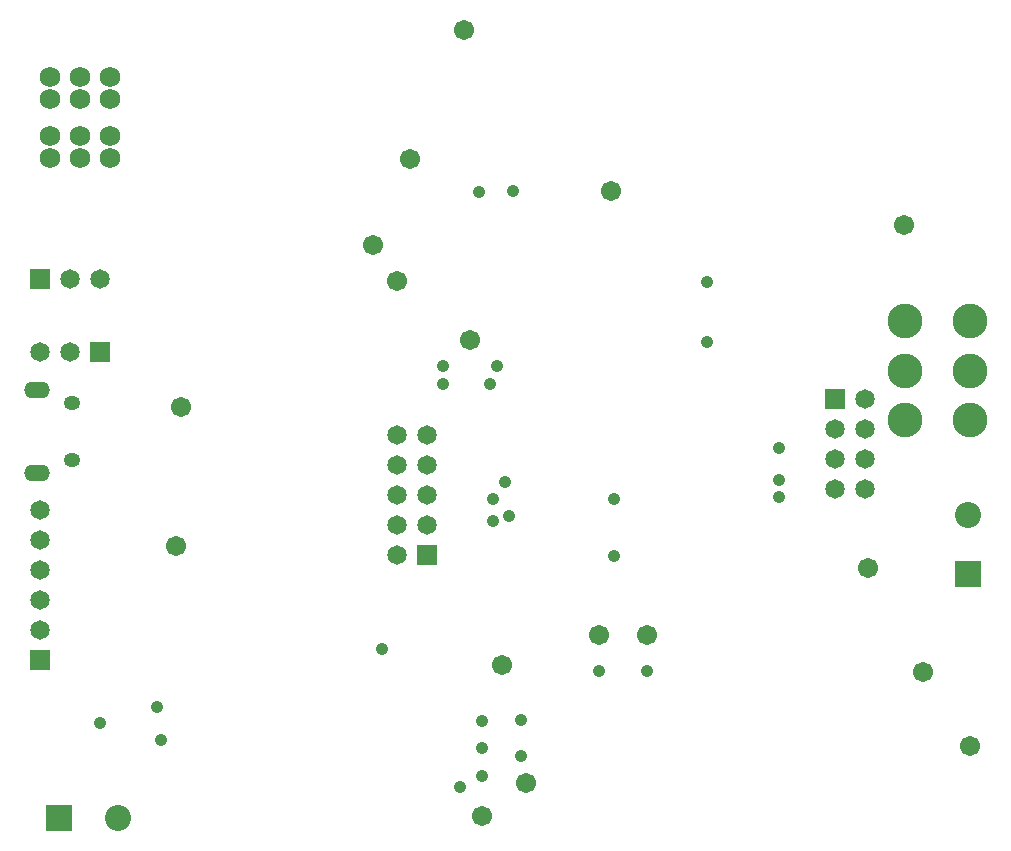
<source format=gbs>
G04*
G04 #@! TF.GenerationSoftware,Altium Limited,Altium Designer,18.1.9 (240)*
G04*
G04 Layer_Color=16711935*
%FSLAX25Y25*%
%MOIN*%
G70*
G01*
G75*
%ADD42C,0.11600*%
%ADD43C,0.00600*%
%ADD44C,0.06890*%
%ADD45C,0.06702*%
%ADD46C,0.08677*%
%ADD47R,0.08677X0.08677*%
%ADD48C,0.06506*%
%ADD49R,0.06506X0.06506*%
%ADD50R,0.08677X0.08677*%
%ADD51R,0.06506X0.06506*%
%ADD52O,0.05521X0.04734*%
%ADD53O,0.08600X0.05600*%
%ADD54C,0.04100*%
D42*
X375800Y275500D02*
D03*
Y292000D02*
D03*
Y308500D02*
D03*
X397500Y275500D02*
D03*
Y292000D02*
D03*
Y308500D02*
D03*
D43*
X103992Y344689D02*
D03*
Y408405D02*
D03*
X397000Y143000D02*
D03*
Y406000D02*
D03*
D44*
X91000Y362815D02*
D03*
X101000D02*
D03*
X111000D02*
D03*
X91000Y370216D02*
D03*
X101000D02*
D03*
X111000D02*
D03*
X91000Y382500D02*
D03*
X101000D02*
D03*
X111000D02*
D03*
X91000Y389902D02*
D03*
X101000D02*
D03*
X111000D02*
D03*
D45*
X249500Y154500D02*
D03*
X235000Y143500D02*
D03*
X198500Y334000D02*
D03*
X278000Y351819D02*
D03*
X363500Y226150D02*
D03*
X397500Y167000D02*
D03*
X133000Y233500D02*
D03*
X134500Y280000D02*
D03*
X375500Y340488D02*
D03*
X382000Y191500D02*
D03*
X206500Y322000D02*
D03*
X211000Y362500D02*
D03*
X229000Y405500D02*
D03*
X241500Y194000D02*
D03*
X231000Y302150D02*
D03*
X289994Y204000D02*
D03*
X274000D02*
D03*
D46*
X397000Y243935D02*
D03*
X113685Y143000D02*
D03*
D47*
X397000Y224250D02*
D03*
D48*
X206500Y270500D02*
D03*
X216500D02*
D03*
X206500Y260500D02*
D03*
X216500D02*
D03*
X206500Y250500D02*
D03*
X216500D02*
D03*
X206500Y240500D02*
D03*
X216500D02*
D03*
X206500Y230500D02*
D03*
X362500Y252500D02*
D03*
X352500D02*
D03*
X362500Y262500D02*
D03*
X352500D02*
D03*
X362500Y272500D02*
D03*
X352500D02*
D03*
X362500Y282500D02*
D03*
X97500Y298314D02*
D03*
X87500D02*
D03*
Y205500D02*
D03*
Y215500D02*
D03*
Y225500D02*
D03*
Y235500D02*
D03*
Y245500D02*
D03*
X97500Y322500D02*
D03*
X107500D02*
D03*
D49*
X216500Y230500D02*
D03*
X352500Y282500D02*
D03*
X87500Y195500D02*
D03*
D50*
X94000Y143000D02*
D03*
D51*
X107500Y298314D02*
D03*
X87500Y322500D02*
D03*
D52*
X98405Y281361D02*
D03*
Y262267D02*
D03*
D53*
X86594Y285643D02*
D03*
Y257985D02*
D03*
D54*
X235000Y166387D02*
D03*
X227500Y153373D02*
D03*
X107500Y174509D02*
D03*
X128000Y168780D02*
D03*
X222000Y293500D02*
D03*
X238500Y242000D02*
D03*
X242500Y255000D02*
D03*
X244000Y243500D02*
D03*
X240000Y293500D02*
D03*
X126500Y180000D02*
D03*
X222000Y287500D02*
D03*
X237500Y287475D02*
D03*
X333794Y250000D02*
D03*
X234000Y351500D02*
D03*
X310000Y321500D02*
D03*
Y301500D02*
D03*
X201500Y199387D02*
D03*
X289994Y192000D02*
D03*
X274000D02*
D03*
X238500Y249150D02*
D03*
X248000Y163500D02*
D03*
X235000Y157000D02*
D03*
X248000Y175465D02*
D03*
X235000Y175279D02*
D03*
X245319Y351819D02*
D03*
X278794Y230150D02*
D03*
Y249150D02*
D03*
X333794Y255650D02*
D03*
X333794Y266150D02*
D03*
M02*

</source>
